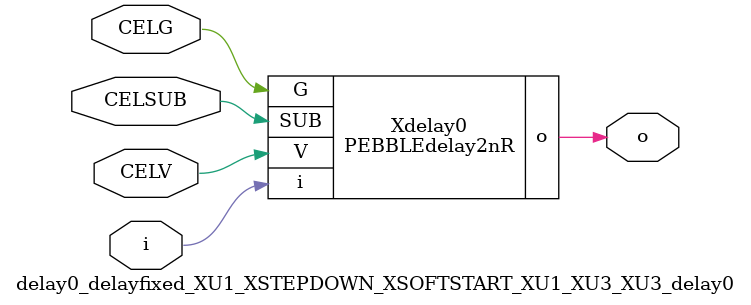
<source format=v>



module PEBBLEdelay2nR ( o, V, G, i, SUB );

  input V;
  input i;
  input G;
  output o;
  input SUB;
endmodule

//Celera Confidential Do Not Copy delay0_delayfixed_XU1_XSTEPDOWN_XSOFTSTART_XU1_XU3_XU3_delay0
//TYPE: fixed 2ns
module delay0_delayfixed_XU1_XSTEPDOWN_XSOFTSTART_XU1_XU3_XU3_delay0 (i, CELV, o,
CELG,CELSUB);
input CELV;
input i;
output o;
input CELSUB;
input CELG;

//Celera Confidential Do Not Copy delayfast0
PEBBLEdelay2nR Xdelay0(
.V (CELV),
.i (i),
.o (o),
.G (CELG),
.SUB (CELSUB)
);
//,diesize,PEBBLEdelay2nR

//Celera Confidential Do Not Copy Module End
//Celera Schematic Generator
endmodule

</source>
